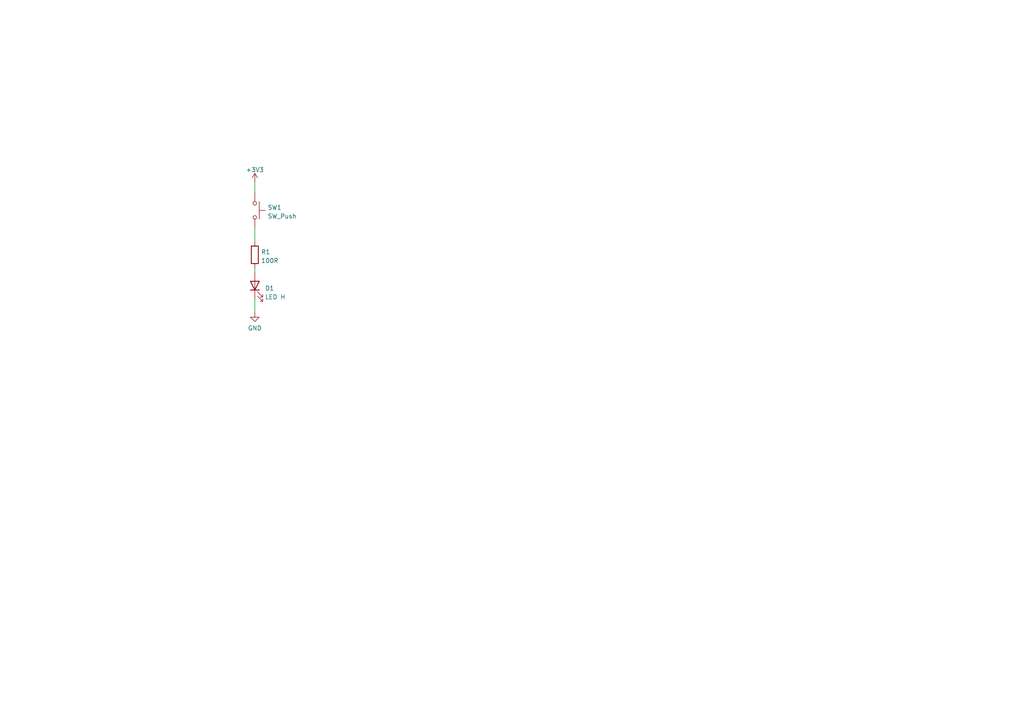
<source format=kicad_sch>
(kicad_sch (version 20211123) (generator eeschema)
  (paper "A4")
  (lib_symbols
    (symbol "Device:LED" (pin_numbers hide) (pin_names (offset 1.016) hide)
      (property "Reference" "D" (at 0 2.54 0))
      (property "Value" "LED" (at 0 -2.54 0))
      (symbol "LED_0_1"
        (polyline (pts (xy -1.27 -1.27) (xy -1.27 1.27)) (stroke (width 0.254)))
        (polyline (pts (xy -1.27 0) (xy 1.27 0)))
        (polyline (pts (xy 1.27 -1.27) (xy 1.27 1.27) (xy -1.27 0) (xy 1.27 -1.27)) (stroke (width 0.254)))
        (polyline (pts (xy -3.048 -0.762) (xy -4.572 -2.286) (xy -3.81 -2.286) (xy -4.572 -2.286) (xy -4.572 -1.524)))
        (polyline (pts (xy -1.778 -0.762) (xy -3.302 -2.286) (xy -2.54 -2.286) (xy -3.302 -2.286) (xy -3.302 -1.524)))
      )
      (symbol "LED_1_1"
        (pin passive line (at -3.81 0 0) (length 2.54) (name "K") (number "1"))
        (pin passive line (at 3.81 0 180) (length 2.54) (name "A") (number "2"))
      )
    )
    (symbol "Device:R" (pin_numbers hide) (pin_names (offset 0))
      (property "Reference" "R" (at 2.032 0 90))
      (property "Value" "R" (at 0 0 90))
      (symbol "R_0_1"
        (rectangle (start -1.016 -2.54) (end 1.016 2.54) (stroke (width 0.254)))
      )
      (symbol "R_1_1"
        (pin passive line (at 0 3.81 270) (length 1.27) (name "~") (number "1"))
        (pin passive line (at 0 -3.81 90) (length 1.27) (name "~") (number "2"))
      )
    )
    (symbol "Switch:SW_Push" (pin_numbers hide) (pin_names (offset 1.016) hide)
      (property "Reference" "SW" (at 1.27 2.54 0))
      (property "Value" "SW_Push" (at 0 -1.524 0))
      (symbol "SW_Push_0_1"
        (circle (center -2.032 0) (radius 0.508))
        (polyline (pts (xy 0 1.27) (xy 0 3.048)))
        (polyline (pts (xy 2.54 1.27) (xy -2.54 1.27)))
        (circle (center 2.032 0) (radius 0.508))
        (pin passive line (at -5.08 0 0) (length 2.54) (name "1") (number "1"))
        (pin passive line (at 5.08 0 180) (length 2.54) (name "2") (number "2"))
      )
    )
    (symbol "power:+3V3" (power) (pin_names (offset 0))
      (property "Value" "+3V3" (at 0 3.556 0))
      (symbol "+3V3_0_1"
        (polyline (pts (xy -0.762 1.27) (xy 0 2.54)))
        (polyline (pts (xy 0 0) (xy 0 2.54)))
        (polyline (pts (xy 0 2.54) (xy 0.762 1.27)))
      )
      (symbol "+3V3_1_1"
        (pin power_in line (at 0 0 90) (length 0) hide (name "+3V3") (number "1"))
      )
    )
    (symbol "power:GND" (power) (pin_names (offset 0))
      (property "Value" "GND" (at 0 -3.81 0))
      (symbol "GND_0_1"
        (polyline (pts (xy 0 0) (xy 0 -1.27) (xy 1.27 -1.27) (xy 0 -2.54) (xy -1.27 -1.27) (xy 0 -1.27)))
      )
      (symbol "GND_1_1"
        (pin power_in line (at 0 0 270) (length 0) hide (name "GND") (number "1"))
      )
    )
  )
  (wire (pts (xy 73.914 77.724) (xy 73.914 79.0448)))
  (wire (pts (xy 73.914 52.832) (xy 73.914 55.9308)))
  (wire (pts (xy 73.914 86.6648) (xy 73.914 90.7288)))
  (wire (pts (xy 73.914 66.0908) (xy 73.914 70.104)))
  (symbol (lib_id "power:+3V3") (at 73.914 52.832 0) (unit 1)
    (property "Reference" "#PWR?" (effects hide))
    (property "Value" "+3V3" (at 73.914 49.2562 0))
  )
  (symbol (lib_id "Device:LED") (at 73.914 82.8548 90) (unit 1)
    (property "Reference" "D1" (at 76.835 83.6076 90) (effects (justify right)))
    (property "Value" "LED H" (at 76.835 86.1445 90) (effects (justify right)))
  )
  (symbol (lib_id "Switch:SW_Push") (at 73.914 61.0108 270) (unit 1)
    (property "Reference" "SW1" (at 77.597 60.1761 90) (effects (justify left)))
    (property "Value" "SW_Push" (at 77.597 62.713 90) (effects (justify left)))
  )
  (symbol (lib_id "Device:R") (at 73.914 73.914 0) (unit 1)
    (property "Reference" "R1" (at 75.692 73.0793 0) (effects (justify left)))
    (property "Value" "100R" (at 75.692 75.6162 0) (effects (justify left)))
  )
  (symbol (lib_id "power:GND") (at 73.914 90.7288 0) (unit 1)
    (property "Reference" "#PWR?" (effects hide))
    (property "Value" "GND" (at 73.914 95.1722 0))
  )
)
</source>
